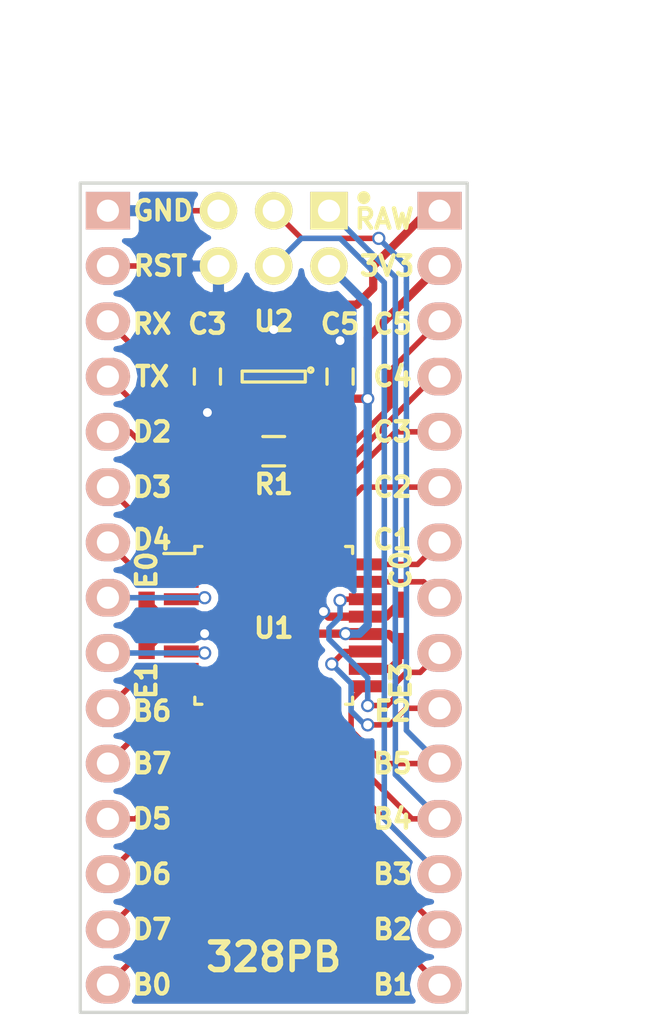
<source format=kicad_pcb>
(kicad_pcb (version 4) (host pcbnew 4.0.2+dfsg1-stable)

  (general
    (links 52)
    (no_connects 0)
    (area 128.194999 90.094999 146.125001 128.345001)
    (thickness 1.6)
    (drawings 41)
    (tracks 183)
    (zones 0)
    (modules 10)
    (nets 31)
  )

  (page A4)
  (layers
    (0 F.Cu signal)
    (31 B.Cu signal)
    (32 B.Adhes user)
    (33 F.Adhes user)
    (34 B.Paste user)
    (35 F.Paste user)
    (36 B.SilkS user)
    (37 F.SilkS user)
    (38 B.Mask user)
    (39 F.Mask user)
    (40 Dwgs.User user)
    (41 Cmts.User user)
    (42 Eco1.User user)
    (43 Eco2.User user)
    (44 Edge.Cuts user)
    (45 Margin user)
    (46 B.CrtYd user)
    (47 F.CrtYd user)
    (48 B.Fab user)
    (49 F.Fab user)
  )

  (setup
    (last_trace_width 0.254)
    (trace_clearance 0.2032)
    (zone_clearance 0.32)
    (zone_45_only no)
    (trace_min 0.2)
    (segment_width 0.2)
    (edge_width 0.15)
    (via_size 0.6096)
    (via_drill 0.4064)
    (via_min_size 0.4)
    (via_min_drill 0.3)
    (uvia_size 0.3)
    (uvia_drill 0.1)
    (uvias_allowed no)
    (uvia_min_size 0)
    (uvia_min_drill 0)
    (pcb_text_width 0.2032)
    (pcb_text_size 0.889 0.889)
    (mod_edge_width 0.15)
    (mod_text_size 0.889 0.889)
    (mod_text_width 0.2032)
    (pad_size 1.524 1.524)
    (pad_drill 0.762)
    (pad_to_mask_clearance 0.0508)
    (aux_axis_origin 0 0)
    (visible_elements FFFEEFFF)
    (pcbplotparams
      (layerselection 0x010f0_80000001)
      (usegerberextensions false)
      (excludeedgelayer true)
      (linewidth 0.100000)
      (plotframeref false)
      (viasonmask false)
      (mode 1)
      (useauxorigin false)
      (hpglpennumber 1)
      (hpglpenspeed 20)
      (hpglpendiameter 15)
      (hpglpenoverlay 2)
      (psnegative false)
      (psa4output false)
      (plotreference true)
      (plotvalue true)
      (plotinvisibletext false)
      (padsonsilk false)
      (subtractmaskfromsilk false)
      (outputformat 1)
      (mirror false)
      (drillshape 0)
      (scaleselection 1)
      (outputdirectory ""))
  )

  (net 0 "")
  (net 1 3V3)
  (net 2 Earth)
  (net 3 RAW)
  (net 4 MISO)
  (net 5 SCK)
  (net 6 MOSI)
  (net 7 RESET)
  (net 8 INT1)
  (net 9 PD4)
  (net 10 SDA1)
  (net 11 SCL1)
  (net 12 PB6)
  (net 13 PB7)
  (net 14 PD5)
  (net 15 PD6)
  (net 16 PB0)
  (net 17 PB1)
  (net 18 SS0)
  (net 19 SS1)
  (net 20 MOSI1)
  (net 21 MISO1)
  (net 22 SCK1)
  (net 23 PC2)
  (net 24 PC3)
  (net 25 SDA0)
  (net 26 SCL0)
  (net 27 RXD0)
  (net 28 TXD0)
  (net 29 INT0)
  (net 30 PD7)

  (net_class Default "This is the default net class."
    (clearance 0.2032)
    (trace_width 0.254)
    (via_dia 0.6096)
    (via_drill 0.4064)
    (uvia_dia 0.3)
    (uvia_drill 0.1)
    (add_net INT0)
    (add_net INT1)
    (add_net MISO)
    (add_net MISO1)
    (add_net MOSI)
    (add_net MOSI1)
    (add_net PB0)
    (add_net PB1)
    (add_net PB6)
    (add_net PB7)
    (add_net PC2)
    (add_net PC3)
    (add_net PD4)
    (add_net PD5)
    (add_net PD6)
    (add_net PD7)
    (add_net RESET)
    (add_net RXD0)
    (add_net SCK)
    (add_net SCK1)
    (add_net SCL0)
    (add_net SCL1)
    (add_net SDA0)
    (add_net SDA1)
    (add_net SS0)
    (add_net SS1)
    (add_net TXD0)
  )

  (net_class power ""
    (clearance 0.2032)
    (trace_width 0.381)
    (via_dia 0.6096)
    (via_drill 0.4064)
    (uvia_dia 0.3)
    (uvia_drill 0.1)
    (add_net 3V3)
    (add_net Earth)
    (add_net RAW)
  )

  (module Capacitors_SMD:C_0603_HandSoldering (layer F.Cu) (tedit 5B87DC4D) (tstamp 5B88652D)
    (at 143.002 110.49 90)
    (descr "Capacitor SMD 0603, hand soldering")
    (tags "capacitor 0603")
    (path /5B879BB1)
    (attr smd)
    (fp_text reference C2 (at 0 1.27 90) (layer Dwgs.User)
      (effects (font (size 0.889 0.889) (thickness 0.2032)))
    )
    (fp_text value 0.1uF (at 0 1.9 90) (layer F.Fab)
      (effects (font (size 1 1) (thickness 0.15)))
    )
    (fp_line (start -1.85 -0.75) (end 1.85 -0.75) (layer F.CrtYd) (width 0.05))
    (fp_line (start -1.85 0.75) (end 1.85 0.75) (layer F.CrtYd) (width 0.05))
    (fp_line (start -1.85 -0.75) (end -1.85 0.75) (layer F.CrtYd) (width 0.05))
    (fp_line (start 1.85 -0.75) (end 1.85 0.75) (layer F.CrtYd) (width 0.05))
    (pad 1 smd rect (at -0.95 0 90) (size 1.2 0.75) (layers F.Cu F.Paste F.Mask)
      (net 1 3V3))
    (pad 2 smd rect (at 0.95 0 90) (size 1.2 0.75) (layers F.Cu F.Paste F.Mask)
      (net 2 Earth))
    (model Capacitors_SMD.3dshapes/C_0603_HandSoldering.wrl
      (at (xyz 0 0 0))
      (scale (xyz 1 1 1))
      (rotate (xyz 0 0 0))
    )
  )

  (module Capacitors_SMD:C_0603_HandSoldering (layer F.Cu) (tedit 5B87DC13) (tstamp 5B886521)
    (at 131.318 110.49 270)
    (descr "Capacitor SMD 0603, hand soldering")
    (tags "capacitor 0603")
    (path /5B879D3C)
    (attr smd)
    (fp_text reference C1 (at -0.127 1.143 270) (layer Dwgs.User)
      (effects (font (size 0.889 0.889) (thickness 0.2032)))
    )
    (fp_text value 0.1uF (at 0 1.9 270) (layer F.Fab)
      (effects (font (size 1 1) (thickness 0.15)))
    )
    (fp_line (start -1.85 -0.75) (end 1.85 -0.75) (layer F.CrtYd) (width 0.05))
    (fp_line (start -1.85 0.75) (end 1.85 0.75) (layer F.CrtYd) (width 0.05))
    (fp_line (start -1.85 -0.75) (end -1.85 0.75) (layer F.CrtYd) (width 0.05))
    (fp_line (start 1.85 -0.75) (end 1.85 0.75) (layer F.CrtYd) (width 0.05))
    (pad 1 smd rect (at -0.95 0 270) (size 1.2 0.75) (layers F.Cu F.Paste F.Mask)
      (net 1 3V3))
    (pad 2 smd rect (at 0.95 0 270) (size 1.2 0.75) (layers F.Cu F.Paste F.Mask)
      (net 2 Earth))
    (model Capacitors_SMD.3dshapes/C_0603_HandSoldering.wrl
      (at (xyz 0 0 0))
      (scale (xyz 1 1 1))
      (rotate (xyz 0 0 0))
    )
  )

  (module Pin_Headers:Pin_Header_Straight_1x15 (layer B.Cu) (tedit 5B87C8A6) (tstamp 5B892000)
    (at 129.54 91.44 180)
    (descr "Through hole pin header")
    (tags "pin header")
    (path /5B87A68C)
    (fp_text reference P2 (at 0 2.159 180) (layer Dwgs.User)
      (effects (font (size 1 1) (thickness 0.15)))
    )
    (fp_text value CONN_01X15 (at 0 3.1 180) (layer B.Fab)
      (effects (font (size 1 1) (thickness 0.15)) (justify mirror))
    )
    (fp_line (start -1.75 1.75) (end -1.75 -37.35) (layer B.CrtYd) (width 0.05))
    (fp_line (start 1.75 1.75) (end 1.75 -37.35) (layer B.CrtYd) (width 0.05))
    (fp_line (start -1.75 1.75) (end 1.75 1.75) (layer B.CrtYd) (width 0.05))
    (fp_line (start -1.75 -37.35) (end 1.75 -37.35) (layer B.CrtYd) (width 0.05))
    (pad 1 thru_hole rect (at 0 0 180) (size 2.032 1.7272) (drill 1.016) (layers *.Cu *.Mask B.SilkS)
      (net 2 Earth))
    (pad 2 thru_hole oval (at 0 -2.54 180) (size 2.032 1.7272) (drill 1.016) (layers *.Cu *.Mask B.SilkS)
      (net 7 RESET))
    (pad 3 thru_hole oval (at 0 -5.08 180) (size 2.032 1.7272) (drill 1.016) (layers *.Cu *.Mask B.SilkS)
      (net 27 RXD0))
    (pad 4 thru_hole oval (at 0 -7.62 180) (size 2.032 1.7272) (drill 1.016) (layers *.Cu *.Mask B.SilkS)
      (net 28 TXD0))
    (pad 5 thru_hole oval (at 0 -10.16 180) (size 2.032 1.7272) (drill 1.016) (layers *.Cu *.Mask B.SilkS)
      (net 29 INT0))
    (pad 6 thru_hole oval (at 0 -12.7 180) (size 2.032 1.7272) (drill 1.016) (layers *.Cu *.Mask B.SilkS)
      (net 8 INT1))
    (pad 7 thru_hole oval (at 0 -15.24 180) (size 2.032 1.7272) (drill 1.016) (layers *.Cu *.Mask B.SilkS)
      (net 9 PD4))
    (pad 8 thru_hole oval (at 0 -17.78 180) (size 2.032 1.7272) (drill 1.016) (layers *.Cu *.Mask B.SilkS)
      (net 10 SDA1))
    (pad 9 thru_hole oval (at 0 -20.32 180) (size 2.032 1.7272) (drill 1.016) (layers *.Cu *.Mask B.SilkS)
      (net 11 SCL1))
    (pad 10 thru_hole oval (at 0 -22.86 180) (size 2.032 1.7272) (drill 1.016) (layers *.Cu *.Mask B.SilkS)
      (net 12 PB6))
    (pad 11 thru_hole oval (at 0 -25.4 180) (size 2.032 1.7272) (drill 1.016) (layers *.Cu *.Mask B.SilkS)
      (net 13 PB7))
    (pad 12 thru_hole oval (at 0 -27.94 180) (size 2.032 1.7272) (drill 1.016) (layers *.Cu *.Mask B.SilkS)
      (net 14 PD5))
    (pad 13 thru_hole oval (at 0 -30.48 180) (size 2.032 1.7272) (drill 1.016) (layers *.Cu *.Mask B.SilkS)
      (net 15 PD6))
    (pad 14 thru_hole oval (at 0 -33.02 180) (size 2.032 1.7272) (drill 1.016) (layers *.Cu *.Mask B.SilkS)
      (net 30 PD7))
    (pad 15 thru_hole oval (at 0 -35.56 180) (size 2.032 1.7272) (drill 1.016) (layers *.Cu *.Mask B.SilkS)
      (net 16 PB0))
    (model Pin_Headers.3dshapes/Pin_Header_Straight_1x15.wrl
      (at (xyz 0 -0.7 0))
      (scale (xyz 1 1 1))
      (rotate (xyz 0 0 90))
    )
  )

  (module Pin_Headers:Pin_Header_Straight_1x15 (layer B.Cu) (tedit 5B87C8AC) (tstamp 5B89201E)
    (at 144.78 91.44 180)
    (descr "Through hole pin header")
    (tags "pin header")
    (path /5B87A705)
    (fp_text reference P3 (at 0 2.286 180) (layer Dwgs.User)
      (effects (font (size 1 1) (thickness 0.15)))
    )
    (fp_text value CONN_01X15 (at 0 3.1 180) (layer B.Fab)
      (effects (font (size 1 1) (thickness 0.15)) (justify mirror))
    )
    (fp_line (start -1.75 1.75) (end -1.75 -37.35) (layer B.CrtYd) (width 0.05))
    (fp_line (start 1.75 1.75) (end 1.75 -37.35) (layer B.CrtYd) (width 0.05))
    (fp_line (start -1.75 1.75) (end 1.75 1.75) (layer B.CrtYd) (width 0.05))
    (fp_line (start -1.75 -37.35) (end 1.75 -37.35) (layer B.CrtYd) (width 0.05))
    (pad 1 thru_hole rect (at 0 0 180) (size 2.032 1.7272) (drill 1.016) (layers *.Cu *.Mask B.SilkS)
      (net 3 RAW))
    (pad 2 thru_hole oval (at 0 -2.54 180) (size 2.032 1.7272) (drill 1.016) (layers *.Cu *.Mask B.SilkS)
      (net 1 3V3))
    (pad 3 thru_hole oval (at 0 -5.08 180) (size 2.032 1.7272) (drill 1.016) (layers *.Cu *.Mask B.SilkS)
      (net 26 SCL0))
    (pad 4 thru_hole oval (at 0 -7.62 180) (size 2.032 1.7272) (drill 1.016) (layers *.Cu *.Mask B.SilkS)
      (net 25 SDA0))
    (pad 5 thru_hole oval (at 0 -10.16 180) (size 2.032 1.7272) (drill 1.016) (layers *.Cu *.Mask B.SilkS)
      (net 24 PC3))
    (pad 6 thru_hole oval (at 0 -12.7 180) (size 2.032 1.7272) (drill 1.016) (layers *.Cu *.Mask B.SilkS)
      (net 23 PC2))
    (pad 7 thru_hole oval (at 0 -15.24 180) (size 2.032 1.7272) (drill 1.016) (layers *.Cu *.Mask B.SilkS)
      (net 22 SCK1))
    (pad 8 thru_hole oval (at 0 -17.78 180) (size 2.032 1.7272) (drill 1.016) (layers *.Cu *.Mask B.SilkS)
      (net 21 MISO1))
    (pad 9 thru_hole oval (at 0 -20.32 180) (size 2.032 1.7272) (drill 1.016) (layers *.Cu *.Mask B.SilkS)
      (net 20 MOSI1))
    (pad 10 thru_hole oval (at 0 -22.86 180) (size 2.032 1.7272) (drill 1.016) (layers *.Cu *.Mask B.SilkS)
      (net 19 SS1))
    (pad 11 thru_hole oval (at 0 -25.4 180) (size 2.032 1.7272) (drill 1.016) (layers *.Cu *.Mask B.SilkS)
      (net 5 SCK))
    (pad 12 thru_hole oval (at 0 -27.94 180) (size 2.032 1.7272) (drill 1.016) (layers *.Cu *.Mask B.SilkS)
      (net 4 MISO))
    (pad 13 thru_hole oval (at 0 -30.48 180) (size 2.032 1.7272) (drill 1.016) (layers *.Cu *.Mask B.SilkS)
      (net 6 MOSI))
    (pad 14 thru_hole oval (at 0 -33.02 180) (size 2.032 1.7272) (drill 1.016) (layers *.Cu *.Mask B.SilkS)
      (net 18 SS0))
    (pad 15 thru_hole oval (at 0 -35.56 180) (size 2.032 1.7272) (drill 1.016) (layers *.Cu *.Mask B.SilkS)
      (net 17 PB1))
    (model Pin_Headers.3dshapes/Pin_Header_Straight_1x15.wrl
      (at (xyz 0 -0.7 0))
      (scale (xyz 1 1 1))
      (rotate (xyz 0 0 90))
    )
  )

  (module Pin_Headers:Pin_Header_Straight_2x03 (layer F.Cu) (tedit 5B87C8B5) (tstamp 5B886568)
    (at 139.7 91.44 270)
    (descr "Through hole pin header")
    (tags "pin header")
    (path /5B877736)
    (fp_text reference P1 (at -2.159 2.54 360) (layer Dwgs.User)
      (effects (font (size 1 1) (thickness 0.15)))
    )
    (fp_text value CONN_02X03 (at 0 -3.1 270) (layer F.Fab)
      (effects (font (size 1 1) (thickness 0.15)))
    )
    (fp_line (start -0.6 -1.6) (end -0.6 -1.7) (layer F.SilkS) (width 0.15))
    (fp_line (start -0.6 -1.7) (end -0.6 -1.6) (layer F.SilkS) (width 0.15))
    (fp_circle (center -0.6 -1.6) (end -0.4 -1.5) (layer F.SilkS) (width 0.15))
    (fp_circle (center -0.6 -1.6) (end -0.5 -1.6) (layer F.SilkS) (width 0.15))
    (fp_circle (center -0.6 -1.6) (end -0.5 -1.6) (layer F.SilkS) (width 0.15))
    (fp_line (start -1.75 -1.75) (end -1.75 6.85) (layer F.CrtYd) (width 0.05))
    (fp_line (start 4.3 -1.75) (end 4.3 6.85) (layer F.CrtYd) (width 0.05))
    (fp_line (start -1.75 -1.75) (end 4.3 -1.75) (layer F.CrtYd) (width 0.05))
    (fp_line (start -1.75 6.85) (end 4.3 6.85) (layer F.CrtYd) (width 0.05))
    (pad 1 thru_hole rect (at 0 0 270) (size 1.7272 1.7272) (drill 1.016) (layers *.Cu *.Mask F.SilkS)
      (net 4 MISO))
    (pad 2 thru_hole oval (at 2.54 0 270) (size 1.7272 1.7272) (drill 1.016) (layers *.Cu *.Mask F.SilkS)
      (net 1 3V3))
    (pad 3 thru_hole oval (at 0 2.54 270) (size 1.7272 1.7272) (drill 1.016) (layers *.Cu *.Mask F.SilkS)
      (net 5 SCK))
    (pad 4 thru_hole oval (at 2.54 2.54 270) (size 1.7272 1.7272) (drill 1.016) (layers *.Cu *.Mask F.SilkS)
      (net 6 MOSI))
    (pad 5 thru_hole oval (at 0 5.08 270) (size 1.7272 1.7272) (drill 1.016) (layers *.Cu *.Mask F.SilkS)
      (net 7 RESET))
    (pad 6 thru_hole oval (at 2.54 5.08 270) (size 1.7272 1.7272) (drill 1.016) (layers *.Cu *.Mask F.SilkS)
      (net 2 Earth))
    (model Pin_Headers.3dshapes/Pin_Header_Straight_2x03.wrl
      (at (xyz 0.05 -0.1 0))
      (scale (xyz 1 1 1))
      (rotate (xyz 0 0 90))
    )
  )

  (module Capacitors_SMD:C_0603_HandSoldering (layer F.Cu) (tedit 5B87C825) (tstamp 5B886539)
    (at 134.112 99.06 270)
    (descr "Capacitor SMD 0603, hand soldering")
    (tags "capacitor 0603")
    (path /5B877CE2)
    (attr smd)
    (fp_text reference C3 (at -2.413 0 360) (layer F.SilkS)
      (effects (font (size 0.889 0.889) (thickness 0.2032)))
    )
    (fp_text value 1.0uF (at 0 1.9 270) (layer F.Fab)
      (effects (font (size 1 1) (thickness 0.15)))
    )
    (fp_line (start -1.85 -0.75) (end 1.85 -0.75) (layer F.CrtYd) (width 0.05))
    (fp_line (start -1.85 0.75) (end 1.85 0.75) (layer F.CrtYd) (width 0.05))
    (fp_line (start -1.85 -0.75) (end -1.85 0.75) (layer F.CrtYd) (width 0.05))
    (fp_line (start 1.85 -0.75) (end 1.85 0.75) (layer F.CrtYd) (width 0.05))
    (fp_line (start -0.35 -0.6) (end 0.35 -0.6) (layer F.SilkS) (width 0.15))
    (fp_line (start 0.35 0.6) (end -0.35 0.6) (layer F.SilkS) (width 0.15))
    (pad 1 smd rect (at -0.95 0 270) (size 1.2 0.75) (layers F.Cu F.Paste F.Mask)
      (net 3 RAW))
    (pad 2 smd rect (at 0.95 0 270) (size 1.2 0.75) (layers F.Cu F.Paste F.Mask)
      (net 2 Earth))
    (model Capacitors_SMD.3dshapes/C_0603_HandSoldering.wrl
      (at (xyz 0 0 0))
      (scale (xyz 1 1 1))
      (rotate (xyz 0 0 0))
    )
  )

  (module Capacitors_SMD:C_0603_HandSoldering (layer F.Cu) (tedit 5B87C819) (tstamp 5B886551)
    (at 140.208 99.06 90)
    (descr "Capacitor SMD 0603, hand soldering")
    (tags "capacitor 0603")
    (path /5B877BF4)
    (attr smd)
    (fp_text reference C5 (at 2.413 0 180) (layer F.SilkS)
      (effects (font (size 0.889 0.889) (thickness 0.2032)))
    )
    (fp_text value 1.0uF (at 0 1.9 90) (layer F.Fab)
      (effects (font (size 1 1) (thickness 0.15)))
    )
    (fp_line (start -1.85 -0.75) (end 1.85 -0.75) (layer F.CrtYd) (width 0.05))
    (fp_line (start -1.85 0.75) (end 1.85 0.75) (layer F.CrtYd) (width 0.05))
    (fp_line (start -1.85 -0.75) (end -1.85 0.75) (layer F.CrtYd) (width 0.05))
    (fp_line (start 1.85 -0.75) (end 1.85 0.75) (layer F.CrtYd) (width 0.05))
    (fp_line (start -0.35 -0.6) (end 0.35 -0.6) (layer F.SilkS) (width 0.15))
    (fp_line (start 0.35 0.6) (end -0.35 0.6) (layer F.SilkS) (width 0.15))
    (pad 1 smd rect (at -0.95 0 90) (size 1.2 0.75) (layers F.Cu F.Paste F.Mask)
      (net 1 3V3))
    (pad 2 smd rect (at 0.95 0 90) (size 1.2 0.75) (layers F.Cu F.Paste F.Mask)
      (net 2 Earth))
    (model Capacitors_SMD.3dshapes/C_0603_HandSoldering.wrl
      (at (xyz 0 0 0))
      (scale (xyz 1 1 1))
      (rotate (xyz 0 0 0))
    )
  )

  (module Resistors_SMD:R_0603_HandSoldering (layer F.Cu) (tedit 5B88E7CA) (tstamp 5B886574)
    (at 137.16 102.489 180)
    (descr "Resistor SMD 0603, hand soldering")
    (tags "resistor 0603")
    (path /5B87A2FE)
    (attr smd)
    (fp_text reference R1 (at 0 -1.524 180) (layer F.SilkS)
      (effects (font (size 0.889 0.889) (thickness 0.2032)))
    )
    (fp_text value 10K (at 0 1.9 180) (layer F.Fab)
      (effects (font (size 1 1) (thickness 0.15)))
    )
    (fp_line (start -2 -0.8) (end 2 -0.8) (layer F.CrtYd) (width 0.05))
    (fp_line (start -2 0.8) (end 2 0.8) (layer F.CrtYd) (width 0.05))
    (fp_line (start -2 -0.8) (end -2 0.8) (layer F.CrtYd) (width 0.05))
    (fp_line (start 2 -0.8) (end 2 0.8) (layer F.CrtYd) (width 0.05))
    (fp_line (start 0.5 0.675) (end -0.5 0.675) (layer F.SilkS) (width 0.15))
    (fp_line (start -0.5 -0.675) (end 0.5 -0.675) (layer F.SilkS) (width 0.15))
    (pad 1 smd rect (at -1.1 0 180) (size 1.2 0.9) (layers F.Cu F.Paste F.Mask)
      (net 1 3V3))
    (pad 2 smd rect (at 1.1 0 180) (size 1.2 0.9) (layers F.Cu F.Paste F.Mask)
      (net 7 RESET))
    (model Resistors_SMD.3dshapes/R_0603_HandSoldering.wrl
      (at (xyz 0 0 0))
      (scale (xyz 1 1 1))
      (rotate (xyz 0 0 0))
    )
  )

  (module Housings_QFP:TQFP-32_7x7mm_Pitch0.8mm (layer F.Cu) (tedit 5B88E7C4) (tstamp 5B8865A5)
    (at 137.16 110.49)
    (descr "32-Lead Plastic Thin Quad Flatpack (PT) - 7x7x1.0 mm Body, 2.00 mm [TQFP] (see Microchip Packaging Specification 00000049BS.pdf)")
    (tags "QFP 0.8")
    (path /5B8776BD)
    (attr smd)
    (fp_text reference U1 (at 0 0.127) (layer F.SilkS)
      (effects (font (size 0.889 0.889) (thickness 0.2032)))
    )
    (fp_text value Atmega328PB (at 0 6.05) (layer F.Fab)
      (effects (font (size 1 1) (thickness 0.15)))
    )
    (fp_line (start -5.3 -5.3) (end -5.3 5.3) (layer F.CrtYd) (width 0.05))
    (fp_line (start 5.3 -5.3) (end 5.3 5.3) (layer F.CrtYd) (width 0.05))
    (fp_line (start -5.3 -5.3) (end 5.3 -5.3) (layer F.CrtYd) (width 0.05))
    (fp_line (start -5.3 5.3) (end 5.3 5.3) (layer F.CrtYd) (width 0.05))
    (fp_line (start -3.625 -3.625) (end -3.625 -3.3) (layer F.SilkS) (width 0.15))
    (fp_line (start 3.625 -3.625) (end 3.625 -3.3) (layer F.SilkS) (width 0.15))
    (fp_line (start 3.625 3.625) (end 3.625 3.3) (layer F.SilkS) (width 0.15))
    (fp_line (start -3.625 3.625) (end -3.625 3.3) (layer F.SilkS) (width 0.15))
    (fp_line (start -3.625 -3.625) (end -3.3 -3.625) (layer F.SilkS) (width 0.15))
    (fp_line (start -3.625 3.625) (end -3.3 3.625) (layer F.SilkS) (width 0.15))
    (fp_line (start 3.625 3.625) (end 3.3 3.625) (layer F.SilkS) (width 0.15))
    (fp_line (start 3.625 -3.625) (end 3.3 -3.625) (layer F.SilkS) (width 0.15))
    (fp_line (start -3.625 -3.3) (end -5.05 -3.3) (layer F.SilkS) (width 0.15))
    (pad 1 smd rect (at -4.25 -2.8) (size 1.6 0.55) (layers F.Cu F.Paste F.Mask)
      (net 8 INT1))
    (pad 2 smd rect (at -4.25 -2) (size 1.6 0.55) (layers F.Cu F.Paste F.Mask)
      (net 9 PD4))
    (pad 3 smd rect (at -4.25 -1.2) (size 1.6 0.55) (layers F.Cu F.Paste F.Mask)
      (net 10 SDA1))
    (pad 4 smd rect (at -4.25 -0.4) (size 1.6 0.55) (layers F.Cu F.Paste F.Mask)
      (net 1 3V3))
    (pad 5 smd rect (at -4.25 0.4) (size 1.6 0.55) (layers F.Cu F.Paste F.Mask)
      (net 2 Earth))
    (pad 6 smd rect (at -4.25 1.2) (size 1.6 0.55) (layers F.Cu F.Paste F.Mask)
      (net 11 SCL1))
    (pad 7 smd rect (at -4.25 2) (size 1.6 0.55) (layers F.Cu F.Paste F.Mask)
      (net 12 PB6))
    (pad 8 smd rect (at -4.25 2.8) (size 1.6 0.55) (layers F.Cu F.Paste F.Mask)
      (net 13 PB7))
    (pad 9 smd rect (at -2.8 4.25 90) (size 1.6 0.55) (layers F.Cu F.Paste F.Mask)
      (net 14 PD5))
    (pad 10 smd rect (at -2 4.25 90) (size 1.6 0.55) (layers F.Cu F.Paste F.Mask)
      (net 15 PD6))
    (pad 11 smd rect (at -1.2 4.25 90) (size 1.6 0.55) (layers F.Cu F.Paste F.Mask)
      (net 30 PD7))
    (pad 12 smd rect (at -0.4 4.25 90) (size 1.6 0.55) (layers F.Cu F.Paste F.Mask)
      (net 16 PB0))
    (pad 13 smd rect (at 0.4 4.25 90) (size 1.6 0.55) (layers F.Cu F.Paste F.Mask)
      (net 17 PB1))
    (pad 14 smd rect (at 1.2 4.25 90) (size 1.6 0.55) (layers F.Cu F.Paste F.Mask)
      (net 18 SS0))
    (pad 15 smd rect (at 2 4.25 90) (size 1.6 0.55) (layers F.Cu F.Paste F.Mask)
      (net 6 MOSI))
    (pad 16 smd rect (at 2.8 4.25 90) (size 1.6 0.55) (layers F.Cu F.Paste F.Mask)
      (net 4 MISO))
    (pad 17 smd rect (at 4.25 2.8) (size 1.6 0.55) (layers F.Cu F.Paste F.Mask)
      (net 5 SCK))
    (pad 18 smd rect (at 4.25 2) (size 1.6 0.55) (layers F.Cu F.Paste F.Mask)
      (net 1 3V3))
    (pad 19 smd rect (at 4.25 1.2) (size 1.6 0.55) (layers F.Cu F.Paste F.Mask)
      (net 19 SS1))
    (pad 20 smd rect (at 4.25 0.4) (size 1.6 0.55) (layers F.Cu F.Paste F.Mask)
      (net 1 3V3))
    (pad 21 smd rect (at 4.25 -0.4) (size 1.6 0.55) (layers F.Cu F.Paste F.Mask)
      (net 2 Earth))
    (pad 22 smd rect (at 4.25 -1.2) (size 1.6 0.55) (layers F.Cu F.Paste F.Mask)
      (net 20 MOSI1))
    (pad 23 smd rect (at 4.25 -2) (size 1.6 0.55) (layers F.Cu F.Paste F.Mask)
      (net 21 MISO1))
    (pad 24 smd rect (at 4.25 -2.8) (size 1.6 0.55) (layers F.Cu F.Paste F.Mask)
      (net 22 SCK1))
    (pad 25 smd rect (at 2.8 -4.25 90) (size 1.6 0.55) (layers F.Cu F.Paste F.Mask)
      (net 23 PC2))
    (pad 26 smd rect (at 2 -4.25 90) (size 1.6 0.55) (layers F.Cu F.Paste F.Mask)
      (net 24 PC3))
    (pad 27 smd rect (at 1.2 -4.25 90) (size 1.6 0.55) (layers F.Cu F.Paste F.Mask)
      (net 25 SDA0))
    (pad 28 smd rect (at 0.4 -4.25 90) (size 1.6 0.55) (layers F.Cu F.Paste F.Mask)
      (net 26 SCL0))
    (pad 29 smd rect (at -0.4 -4.25 90) (size 1.6 0.55) (layers F.Cu F.Paste F.Mask)
      (net 7 RESET))
    (pad 30 smd rect (at -1.2 -4.25 90) (size 1.6 0.55) (layers F.Cu F.Paste F.Mask)
      (net 27 RXD0))
    (pad 31 smd rect (at -2 -4.25 90) (size 1.6 0.55) (layers F.Cu F.Paste F.Mask)
      (net 28 TXD0))
    (pad 32 smd rect (at -2.8 -4.25 90) (size 1.6 0.55) (layers F.Cu F.Paste F.Mask)
      (net 29 INT0))
    (model Housings_QFP.3dshapes/TQFP-32_7x7mm_Pitch0.8mm.wrl
      (at (xyz 0 0 0))
      (scale (xyz 1 1 1))
      (rotate (xyz 0 0 0))
    )
  )

  (module SOT-23-5 (layer F.Cu) (tedit 5B87C769) (tstamp 5B8865B7)
    (at 137.16 99.06 270)
    (descr "5-pin SOT23 package")
    (tags SOT-23-5)
    (path /5B877A0D)
    (attr smd)
    (fp_text reference U2 (at -2.54 0 360) (layer F.SilkS)
      (effects (font (size 0.889 0.889) (thickness 0.2032)))
    )
    (fp_text value APE8865Y5-33-HF-3 (at -0.05 2.35 270) (layer F.Fab)
      (effects (font (size 1 1) (thickness 0.15)))
    )
    (fp_line (start -1.8 -1.6) (end 1.8 -1.6) (layer F.CrtYd) (width 0.05))
    (fp_line (start 1.8 -1.6) (end 1.8 1.6) (layer F.CrtYd) (width 0.05))
    (fp_line (start 1.8 1.6) (end -1.8 1.6) (layer F.CrtYd) (width 0.05))
    (fp_line (start -1.8 1.6) (end -1.8 -1.6) (layer F.CrtYd) (width 0.05))
    (fp_circle (center -0.3 -1.7) (end -0.2 -1.7) (layer F.SilkS) (width 0.15))
    (fp_line (start 0.25 -1.45) (end -0.25 -1.45) (layer F.SilkS) (width 0.15))
    (fp_line (start 0.25 1.45) (end 0.25 -1.45) (layer F.SilkS) (width 0.15))
    (fp_line (start -0.25 1.45) (end 0.25 1.45) (layer F.SilkS) (width 0.15))
    (fp_line (start -0.25 -1.45) (end -0.25 1.45) (layer F.SilkS) (width 0.15))
    (pad 1 smd rect (at -1.1 -0.95 270) (size 1.06 0.65) (layers F.Cu F.Paste F.Mask)
      (net 3 RAW))
    (pad 2 smd rect (at -1.1 0 270) (size 1.06 0.65) (layers F.Cu F.Paste F.Mask)
      (net 2 Earth))
    (pad 3 smd rect (at -1.1 0.95 270) (size 1.06 0.65) (layers F.Cu F.Paste F.Mask)
      (net 3 RAW))
    (pad 4 smd rect (at 1.1 0.95 270) (size 1.06 0.65) (layers F.Cu F.Paste F.Mask))
    (pad 5 smd rect (at 1.1 -0.95 270) (size 1.06 0.65) (layers F.Cu F.Paste F.Mask)
      (net 1 3V3))
    (model TO_SOT_Packages_SMD.3dshapes/SOT-23-5.wrl
      (at (xyz 0 0 0))
      (scale (xyz 1 1 1))
      (rotate (xyz 0 0 0))
    )
  )

  (gr_text 328PB (at 137.16 125.73) (layer F.SilkS)
    (effects (font (size 1.27 1.27) (thickness 0.254)))
  )
  (gr_text B1 (at 142.621 127) (layer F.SilkS)
    (effects (font (size 0.889 0.889) (thickness 0.2032)))
  )
  (gr_text B2 (at 142.621 124.46) (layer F.SilkS)
    (effects (font (size 0.889 0.889) (thickness 0.2032)))
  )
  (gr_text B3 (at 142.621 121.92) (layer F.SilkS)
    (effects (font (size 0.889 0.889) (thickness 0.2032)))
  )
  (gr_text B4 (at 142.621 119.38) (layer F.SilkS)
    (effects (font (size 0.889 0.889) (thickness 0.2032)))
  )
  (gr_text B5 (at 142.621 116.84) (layer F.SilkS)
    (effects (font (size 0.889 0.889) (thickness 0.2032)))
  )
  (gr_text E2 (at 142.621 114.427) (layer F.SilkS)
    (effects (font (size 0.889 0.889) (thickness 0.2032)))
  )
  (gr_text E3 (at 143.002 113.03 90) (layer F.SilkS)
    (effects (font (size 0.889 0.889) (thickness 0.2032)))
  )
  (gr_text C0 (at 143.002 107.95 90) (layer F.SilkS)
    (effects (font (size 0.889 0.889) (thickness 0.2032)))
  )
  (gr_text C1 (at 142.621 106.553) (layer F.SilkS)
    (effects (font (size 0.889 0.889) (thickness 0.2032)))
  )
  (gr_text C2 (at 142.621 104.14) (layer F.SilkS)
    (effects (font (size 0.889 0.889) (thickness 0.2032)))
  )
  (gr_text C3 (at 142.621 101.6) (layer F.SilkS)
    (effects (font (size 0.889 0.889) (thickness 0.2032)))
  )
  (gr_text C4 (at 142.621 99.06) (layer F.SilkS)
    (effects (font (size 0.889 0.889) (thickness 0.2032)))
  )
  (gr_text C5 (at 142.621 96.647) (layer F.SilkS)
    (effects (font (size 0.889 0.889) (thickness 0.2032)))
  )
  (gr_text 3V3 (at 142.367 93.98) (layer F.SilkS)
    (effects (font (size 0.889 0.889) (thickness 0.2032)))
  )
  (gr_text RAW (at 142.24 91.821) (layer F.SilkS)
    (effects (font (size 0.889 0.889) (thickness 0.2032)))
  )
  (gr_text B0 (at 131.572 127) (layer F.SilkS)
    (effects (font (size 0.889 0.889) (thickness 0.2032)))
  )
  (gr_text D7 (at 131.572 124.46) (layer F.SilkS)
    (effects (font (size 0.889 0.889) (thickness 0.2032)))
  )
  (gr_text D6 (at 131.572 121.92) (layer F.SilkS)
    (effects (font (size 0.889 0.889) (thickness 0.2032)))
  )
  (gr_text D5 (at 131.572 119.38) (layer F.SilkS)
    (effects (font (size 0.889 0.889) (thickness 0.2032)))
  )
  (gr_text B7 (at 131.572 116.84) (layer F.SilkS)
    (effects (font (size 0.889 0.889) (thickness 0.2032)))
  )
  (gr_text B6 (at 131.572 114.427) (layer F.SilkS)
    (effects (font (size 0.889 0.889) (thickness 0.2032)))
  )
  (gr_text E1 (at 131.318 113.03 90) (layer F.SilkS)
    (effects (font (size 0.889 0.889) (thickness 0.2032)))
  )
  (gr_text E0 (at 131.318 107.95 90) (layer F.SilkS)
    (effects (font (size 0.889 0.889) (thickness 0.2032)))
  )
  (gr_text D4 (at 131.572 106.553) (layer F.SilkS)
    (effects (font (size 0.889 0.889) (thickness 0.2032)))
  )
  (gr_text D3 (at 131.572 104.14) (layer F.SilkS)
    (effects (font (size 0.889 0.889) (thickness 0.2032)))
  )
  (gr_text D2 (at 131.572 101.6) (layer F.SilkS)
    (effects (font (size 0.889 0.889) (thickness 0.2032)))
  )
  (gr_text TX (at 131.572 99.06) (layer F.SilkS)
    (effects (font (size 0.889 0.889) (thickness 0.2032)))
  )
  (gr_text RX (at 131.572 96.647) (layer F.SilkS)
    (effects (font (size 0.889 0.889) (thickness 0.2032)))
  )
  (gr_text RST (at 131.953 93.98) (layer F.SilkS)
    (effects (font (size 0.889 0.889) (thickness 0.2032)))
  )
  (gr_text GND (at 132.08 91.44) (layer F.SilkS)
    (effects (font (size 0.889 0.889) (thickness 0.2032)))
  )
  (dimension 38.1 (width 0.3) (layer Dwgs.User)
    (gr_text "1.5000 in" (at 152.226 109.22 270) (layer Dwgs.User)
      (effects (font (size 1.5 1.5) (thickness 0.3)))
    )
    (feature1 (pts (xy 146.05 128.27) (xy 153.576 128.27)))
    (feature2 (pts (xy 146.05 90.17) (xy 153.576 90.17)))
    (crossbar (pts (xy 150.876 90.17) (xy 150.876 128.27)))
    (arrow1a (pts (xy 150.876 128.27) (xy 150.289579 127.143496)))
    (arrow1b (pts (xy 150.876 128.27) (xy 151.462421 127.143496)))
    (arrow2a (pts (xy 150.876 90.17) (xy 150.289579 91.296504)))
    (arrow2b (pts (xy 150.876 90.17) (xy 151.462421 91.296504)))
  )
  (dimension 17.78 (width 0.3) (layer Dwgs.User)
    (gr_text "0.7000 in" (at 137.16 83.613) (layer Dwgs.User)
      (effects (font (size 1.5 1.5) (thickness 0.3)))
    )
    (feature1 (pts (xy 146.05 90.17) (xy 146.05 82.263)))
    (feature2 (pts (xy 128.27 90.17) (xy 128.27 82.263)))
    (crossbar (pts (xy 128.27 84.963) (xy 146.05 84.963)))
    (arrow1a (pts (xy 146.05 84.963) (xy 144.923496 85.549421)))
    (arrow1b (pts (xy 146.05 84.963) (xy 144.923496 84.376579)))
    (arrow2a (pts (xy 128.27 84.963) (xy 129.396504 85.549421)))
    (arrow2b (pts (xy 128.27 84.963) (xy 129.396504 84.376579)))
  )
  (gr_line (start 128.27 128.27) (end 128.27 128.143) (angle 90) (layer Edge.Cuts) (width 0.15))
  (gr_line (start 146.05 128.27) (end 128.27 128.27) (angle 90) (layer Edge.Cuts) (width 0.15))
  (gr_line (start 146.05 128.143) (end 146.05 128.27) (angle 90) (layer Edge.Cuts) (width 0.15))
  (gr_line (start 146.05 90.17) (end 146.05 90.297) (angle 90) (layer Edge.Cuts) (width 0.15))
  (gr_line (start 128.27 90.17) (end 146.05 90.17) (angle 90) (layer Edge.Cuts) (width 0.15))
  (gr_line (start 128.27 90.297) (end 128.27 90.17) (angle 90) (layer Edge.Cuts) (width 0.15))
  (gr_line (start 128.27 128.143) (end 128.27 90.297) (angle 90) (layer Edge.Cuts) (width 0.15))
  (gr_line (start 146.05 90.297) (end 146.05 128.143) (angle 90) (layer Edge.Cuts) (width 0.15))

  (segment (start 138.11 100.16) (end 138.11 102.339) (width 0.381) (layer F.Cu) (net 1))
  (segment (start 138.11 102.339) (end 138.26 102.489) (width 0.381) (layer F.Cu) (net 1) (tstamp 5B88E6D3))
  (segment (start 141.41 110.89) (end 142.452 110.89) (width 0.381) (layer F.Cu) (net 1))
  (segment (start 142.452 110.89) (end 143.002 111.44) (width 0.381) (layer F.Cu) (net 1) (tstamp 5B893130))
  (segment (start 140.462 110.871) (end 135.89 110.871) (width 0.381) (layer F.Cu) (net 1))
  (segment (start 135.109 110.09) (end 132.91 110.09) (width 0.381) (layer F.Cu) (net 1) (tstamp 5B893001))
  (segment (start 135.89 110.871) (end 135.109 110.09) (width 0.381) (layer F.Cu) (net 1) (tstamp 5B893000))
  (segment (start 141.478 100.076) (end 141.478 110.49) (width 0.381) (layer B.Cu) (net 1))
  (segment (start 140.481 110.89) (end 141.41 110.89) (width 0.381) (layer F.Cu) (net 1) (tstamp 5B892FFD))
  (segment (start 140.462 110.871) (end 140.481 110.89) (width 0.381) (layer F.Cu) (net 1) (tstamp 5B892FFC))
  (via (at 140.462 110.871) (size 0.6096) (drill 0.4064) (layers F.Cu B.Cu) (net 1))
  (segment (start 141.097 110.871) (end 140.462 110.871) (width 0.381) (layer B.Cu) (net 1) (tstamp 5B892FFA))
  (segment (start 141.478 110.49) (end 141.097 110.871) (width 0.381) (layer B.Cu) (net 1) (tstamp 5B892FF9))
  (segment (start 141.41 112.49) (end 142.526 112.49) (width 0.381) (layer F.Cu) (net 1))
  (segment (start 142.875 112.141) (end 142.875 111.125) (width 0.381) (layer F.Cu) (net 1) (tstamp 5B892FF4))
  (segment (start 142.526 112.49) (end 142.875 112.141) (width 0.381) (layer F.Cu) (net 1) (tstamp 5B892FF3))
  (segment (start 132.91 110.09) (end 131.995 110.09) (width 0.381) (layer F.Cu) (net 1))
  (segment (start 131.995 110.09) (end 131.445 109.54) (width 0.381) (layer F.Cu) (net 1) (tstamp 5B892FAA))
  (segment (start 141.478 100.076) (end 141.478 95.758) (width 0.381) (layer B.Cu) (net 1))
  (segment (start 141.478 95.758) (end 139.7 93.98) (width 0.381) (layer B.Cu) (net 1) (tstamp 5B892F20))
  (segment (start 141.478 100.076) (end 141.478 97.282) (width 0.381) (layer F.Cu) (net 1))
  (segment (start 141.478 97.282) (end 144.78 93.98) (width 0.381) (layer F.Cu) (net 1) (tstamp 5B892F1C))
  (segment (start 140.208 100.01) (end 140.274 100.076) (width 0.381) (layer F.Cu) (net 1))
  (segment (start 140.274 100.076) (end 141.478 100.076) (width 0.381) (layer F.Cu) (net 1) (tstamp 5B89279E))
  (via (at 141.478 100.076) (size 0.6096) (drill 0.4064) (layers F.Cu B.Cu) (net 1))
  (segment (start 138.11 99.756) (end 138.11 100.16) (width 0.381) (layer F.Cu) (net 1) (tstamp 5B892761))
  (segment (start 138.11 100.16) (end 140.058 100.16) (width 0.381) (layer F.Cu) (net 1))
  (segment (start 140.058 100.16) (end 140.208 100.01) (width 0.381) (layer F.Cu) (net 1) (tstamp 5B892747))
  (segment (start 140.058 100.16) (end 140.208 100.01) (width 0.254) (layer F.Cu) (net 1) (tstamp 5B89263C))
  (segment (start 137.16 97.96) (end 137.16 96.901) (width 0.381) (layer F.Cu) (net 2))
  (via (at 137.16 96.901) (size 0.6096) (drill 0.4064) (layers F.Cu B.Cu) (net 2))
  (segment (start 141.41 110.09) (end 142.325 110.09) (width 0.381) (layer F.Cu) (net 2))
  (segment (start 142.325 110.09) (end 142.875 109.54) (width 0.381) (layer F.Cu) (net 2) (tstamp 5B893046))
  (segment (start 141.41 110.09) (end 139.681 110.09) (width 0.381) (layer F.Cu) (net 2))
  (via (at 139.446 109.855) (size 0.6096) (drill 0.4064) (layers F.Cu B.Cu) (net 2))
  (segment (start 139.681 110.09) (end 139.446 109.855) (width 0.381) (layer F.Cu) (net 2) (tstamp 5B893042))
  (segment (start 132.91 110.89) (end 133.966 110.89) (width 0.381) (layer F.Cu) (net 2))
  (via (at 133.985 110.871) (size 0.6096) (drill 0.4064) (layers F.Cu B.Cu) (net 2))
  (segment (start 133.966 110.89) (end 133.985 110.871) (width 0.381) (layer F.Cu) (net 2) (tstamp 5B893007))
  (segment (start 132.91 110.89) (end 131.995 110.89) (width 0.381) (layer F.Cu) (net 2))
  (segment (start 131.995 110.89) (end 131.445 111.44) (width 0.381) (layer F.Cu) (net 2) (tstamp 5B892FA7))
  (segment (start 134.112 100.01) (end 134.112 100.711) (width 0.381) (layer F.Cu) (net 2))
  (via (at 134.112 100.711) (size 0.6096) (drill 0.4064) (layers F.Cu B.Cu) (net 2))
  (segment (start 140.208 98.11) (end 140.208 97.409) (width 0.381) (layer F.Cu) (net 2))
  (via (at 140.208 97.409) (size 0.6096) (drill 0.4064) (layers F.Cu B.Cu) (net 2))
  (segment (start 136.21 97.96) (end 136.06 98.11) (width 0.381) (layer F.Cu) (net 3))
  (segment (start 136.06 98.11) (end 134.112 98.11) (width 0.381) (layer F.Cu) (net 3) (tstamp 5B88FFBB))
  (segment (start 138.11 97.96) (end 138.11 95.824) (width 0.381) (layer F.Cu) (net 3))
  (segment (start 138.11 95.824) (end 138.176 95.758) (width 0.381) (layer F.Cu) (net 3) (tstamp 5B88E6F8))
  (segment (start 140.97 95.758) (end 138.176 95.758) (width 0.381) (layer F.Cu) (net 3))
  (segment (start 138.176 95.758) (end 136.779 95.758) (width 0.381) (layer F.Cu) (net 3) (tstamp 5B88E6F5))
  (segment (start 136.779 95.758) (end 136.21 96.327) (width 0.381) (layer F.Cu) (net 3) (tstamp 5B88E6EE))
  (segment (start 136.21 96.327) (end 136.21 97.96) (width 0.381) (layer F.Cu) (net 3) (tstamp 5B88E6F1))
  (segment (start 144.78 91.44) (end 144.272 91.44) (width 0.381) (layer F.Cu) (net 3))
  (segment (start 144.272 91.44) (end 141.732 93.98) (width 0.381) (layer F.Cu) (net 3) (tstamp 5B892738))
  (segment (start 141.732 93.98) (end 141.732 94.996) (width 0.381) (layer F.Cu) (net 3) (tstamp 5B892739))
  (segment (start 141.732 94.996) (end 140.97 95.758) (width 0.381) (layer F.Cu) (net 3) (tstamp 5B89273B))
  (segment (start 144.78 119.38) (end 142.748 117.348) (width 0.254) (layer B.Cu) (net 4))
  (segment (start 142.748 94.488) (end 139.7 91.44) (width 0.254) (layer B.Cu) (net 4) (tstamp 5B89276F))
  (segment (start 142.748 117.348) (end 142.748 94.488) (width 0.254) (layer B.Cu) (net 4) (tstamp 5B89276D))
  (segment (start 139.96 114.74) (end 139.96 115.83) (width 0.254) (layer F.Cu) (net 4))
  (segment (start 143.51 119.38) (end 144.78 119.38) (width 0.254) (layer F.Cu) (net 4) (tstamp 5B892675))
  (segment (start 139.96 115.83) (end 143.51 119.38) (width 0.254) (layer F.Cu) (net 4) (tstamp 5B892673))
  (segment (start 141.41 113.29) (end 141.345 113.29) (width 0.254) (layer F.Cu) (net 5))
  (segment (start 141.345 113.29) (end 140.716 113.919) (width 0.254) (layer F.Cu) (net 5) (tstamp 5B893020))
  (segment (start 140.716 113.919) (end 140.716 115.316) (width 0.254) (layer F.Cu) (net 5) (tstamp 5B893021))
  (segment (start 140.716 115.316) (end 142.24 116.84) (width 0.254) (layer F.Cu) (net 5) (tstamp 5B893022))
  (segment (start 142.24 116.84) (end 144.78 116.84) (width 0.254) (layer F.Cu) (net 5) (tstamp 5B893024))
  (segment (start 143.256 94.742) (end 143.256 93.98) (width 0.254) (layer B.Cu) (net 5))
  (segment (start 138.43 92.71) (end 137.16 91.44) (width 0.254) (layer F.Cu) (net 5) (tstamp 5B892792))
  (segment (start 141.986 92.71) (end 138.43 92.71) (width 0.254) (layer F.Cu) (net 5) (tstamp 5B892791))
  (via (at 141.986 92.71) (size 0.6096) (drill 0.4064) (layers F.Cu B.Cu) (net 5))
  (segment (start 143.256 93.98) (end 141.986 92.71) (width 0.254) (layer B.Cu) (net 5) (tstamp 5B89278F))
  (segment (start 144.78 116.84) (end 143.256 115.316) (width 0.254) (layer B.Cu) (net 5))
  (segment (start 143.256 115.316) (end 143.256 94.742) (width 0.254) (layer B.Cu) (net 5) (tstamp 5B892764))
  (segment (start 144.78 121.92) (end 142.24 119.38) (width 0.254) (layer B.Cu) (net 6))
  (segment (start 138.43 92.71) (end 137.16 93.98) (width 0.254) (layer B.Cu) (net 6) (tstamp 5B89277B))
  (segment (start 140.208 92.71) (end 138.43 92.71) (width 0.254) (layer B.Cu) (net 6) (tstamp 5B892779))
  (segment (start 142.24 94.742) (end 140.208 92.71) (width 0.254) (layer B.Cu) (net 6) (tstamp 5B892777))
  (segment (start 142.24 119.38) (end 142.24 94.742) (width 0.254) (layer B.Cu) (net 6) (tstamp 5B892775))
  (segment (start 139.16 114.74) (end 139.16 116.3) (width 0.254) (layer F.Cu) (net 6))
  (segment (start 139.16 116.3) (end 144.78 121.92) (width 0.254) (layer F.Cu) (net 6) (tstamp 5B892679))
  (segment (start 136.76 106.24) (end 136.76 103.189) (width 0.254) (layer F.Cu) (net 7))
  (segment (start 136.76 103.189) (end 136.187 102.616) (width 0.254) (layer F.Cu) (net 7) (tstamp 5B88E698))
  (segment (start 136.187 102.616) (end 135.001 102.616) (width 0.254) (layer F.Cu) (net 7) (tstamp 5B88E69B))
  (segment (start 135.001 102.616) (end 132.588 100.203) (width 0.254) (layer F.Cu) (net 7) (tstamp 5B88E6A3))
  (segment (start 132.588 100.203) (end 132.588 93.98) (width 0.254) (layer F.Cu) (net 7) (tstamp 5B88E6A7))
  (segment (start 129.54 93.98) (end 132.588 93.98) (width 0.254) (layer F.Cu) (net 7))
  (segment (start 134.62 91.44) (end 133.35 91.44) (width 0.254) (layer F.Cu) (net 7))
  (segment (start 132.588 92.202) (end 132.588 93.98) (width 0.254) (layer F.Cu) (net 7) (tstamp 5B892781))
  (segment (start 133.35 91.44) (end 132.588 92.202) (width 0.254) (layer F.Cu) (net 7) (tstamp 5B89277F))
  (segment (start 132.91 107.69) (end 131.82 107.69) (width 0.254) (layer F.Cu) (net 8))
  (segment (start 131.318 105.918) (end 129.54 104.14) (width 0.254) (layer F.Cu) (net 8) (tstamp 5B8926B7))
  (segment (start 131.318 107.188) (end 131.318 105.918) (width 0.254) (layer F.Cu) (net 8) (tstamp 5B8926B6))
  (segment (start 131.82 107.69) (end 131.318 107.188) (width 0.254) (layer F.Cu) (net 8) (tstamp 5B8926B5))
  (segment (start 132.91 108.49) (end 131.35 108.49) (width 0.254) (layer F.Cu) (net 9))
  (segment (start 131.35 108.49) (end 129.54 106.68) (width 0.254) (layer F.Cu) (net 9) (tstamp 5B8926B1))
  (segment (start 132.91 109.29) (end 133.915 109.29) (width 0.254) (layer F.Cu) (net 10))
  (segment (start 133.985 109.22) (end 129.54 109.22) (width 0.254) (layer B.Cu) (net 10) (tstamp 5B893063))
  (via (at 133.985 109.22) (size 0.6096) (drill 0.4064) (layers F.Cu B.Cu) (net 10))
  (segment (start 133.915 109.29) (end 133.985 109.22) (width 0.254) (layer F.Cu) (net 10) (tstamp 5B893061))
  (segment (start 132.91 111.69) (end 133.915 111.69) (width 0.254) (layer F.Cu) (net 11))
  (segment (start 133.985 111.76) (end 129.54 111.76) (width 0.254) (layer B.Cu) (net 11) (tstamp 5B89305C))
  (via (at 133.985 111.76) (size 0.6096) (drill 0.4064) (layers F.Cu B.Cu) (net 11))
  (segment (start 133.915 111.69) (end 133.985 111.76) (width 0.254) (layer F.Cu) (net 11) (tstamp 5B89305A))
  (segment (start 132.91 112.49) (end 131.35 112.49) (width 0.254) (layer F.Cu) (net 12))
  (segment (start 131.35 112.49) (end 129.54 114.3) (width 0.254) (layer F.Cu) (net 12) (tstamp 5B89269F))
  (segment (start 132.91 113.29) (end 131.82 113.29) (width 0.254) (layer F.Cu) (net 13))
  (segment (start 131.318 115.062) (end 129.54 116.84) (width 0.254) (layer F.Cu) (net 13) (tstamp 5B8926A6))
  (segment (start 131.318 113.792) (end 131.318 115.062) (width 0.254) (layer F.Cu) (net 13) (tstamp 5B8926A5))
  (segment (start 131.82 113.29) (end 131.318 113.792) (width 0.254) (layer F.Cu) (net 13) (tstamp 5B8926A4))
  (segment (start 134.36 114.74) (end 134.36 115.83) (width 0.254) (layer F.Cu) (net 14))
  (segment (start 130.81 119.38) (end 129.54 119.38) (width 0.254) (layer F.Cu) (net 14) (tstamp 5B892690))
  (segment (start 134.36 115.83) (end 130.81 119.38) (width 0.254) (layer F.Cu) (net 14) (tstamp 5B89268E))
  (segment (start 135.16 114.74) (end 135.16 116.3) (width 0.254) (layer F.Cu) (net 15))
  (segment (start 135.16 116.3) (end 129.54 121.92) (width 0.254) (layer F.Cu) (net 15) (tstamp 5B89268A))
  (segment (start 136.76 114.74) (end 136.76 119.78) (width 0.254) (layer F.Cu) (net 16))
  (segment (start 136.76 119.78) (end 129.54 127) (width 0.254) (layer F.Cu) (net 16) (tstamp 5B892681))
  (segment (start 137.56 114.74) (end 137.56 119.78) (width 0.254) (layer F.Cu) (net 17))
  (segment (start 137.56 119.78) (end 144.78 127) (width 0.254) (layer F.Cu) (net 17) (tstamp 5B89267D))
  (segment (start 138.36 114.74) (end 138.36 118.04) (width 0.254) (layer F.Cu) (net 18))
  (segment (start 138.36 118.04) (end 144.78 124.46) (width 0.254) (layer F.Cu) (net 18) (tstamp 5B892669))
  (segment (start 141.478 115.062) (end 141.351 115.062) (width 0.254) (layer B.Cu) (net 19))
  (segment (start 143.256 114.3) (end 142.494 115.062) (width 0.254) (layer F.Cu) (net 19) (tstamp 5B89301B))
  (segment (start 142.494 115.062) (end 141.478 115.062) (width 0.254) (layer F.Cu) (net 19) (tstamp 5B89301C))
  (via (at 141.478 115.062) (size 0.6096) (drill 0.4064) (layers F.Cu B.Cu) (net 19))
  (segment (start 144.78 114.3) (end 143.256 114.3) (width 0.254) (layer F.Cu) (net 19))
  (segment (start 140.405 111.69) (end 141.41 111.69) (width 0.254) (layer F.Cu) (net 19) (tstamp 5B893057))
  (segment (start 139.827 112.268) (end 140.405 111.69) (width 0.254) (layer F.Cu) (net 19) (tstamp 5B893056))
  (via (at 139.827 112.268) (size 0.6096) (drill 0.4064) (layers F.Cu B.Cu) (net 19))
  (segment (start 140.716 113.157) (end 139.827 112.268) (width 0.254) (layer B.Cu) (net 19) (tstamp 5B893054))
  (segment (start 140.716 114.427) (end 140.716 113.157) (width 0.254) (layer B.Cu) (net 19) (tstamp 5B893053))
  (segment (start 141.351 115.062) (end 140.716 114.427) (width 0.254) (layer B.Cu) (net 19) (tstamp 5B893052))
  (segment (start 142.748 113.157) (end 143.256 112.649) (width 0.254) (layer F.Cu) (net 20))
  (segment (start 143.891 112.649) (end 144.78 111.76) (width 0.254) (layer F.Cu) (net 20) (tstamp 5B89311D))
  (segment (start 143.256 112.649) (end 143.891 112.649) (width 0.254) (layer F.Cu) (net 20) (tstamp 5B89311C))
  (segment (start 141.478 114.173) (end 141.478 112.903) (width 0.254) (layer B.Cu) (net 20))
  (via (at 141.478 114.173) (size 0.6096) (drill 0.4064) (layers F.Cu B.Cu) (net 20))
  (segment (start 142.367 114.173) (end 141.478 114.173) (width 0.254) (layer F.Cu) (net 20) (tstamp 5B893016))
  (segment (start 142.748 113.792) (end 142.367 114.173) (width 0.254) (layer F.Cu) (net 20) (tstamp 5B893015))
  (segment (start 142.748 113.157) (end 142.748 113.792) (width 0.254) (layer F.Cu) (net 20) (tstamp 5B893013))
  (segment (start 140.265 109.29) (end 141.41 109.29) (width 0.254) (layer F.Cu) (net 20) (tstamp 5B89303E))
  (segment (start 140.208 109.347) (end 140.265 109.29) (width 0.254) (layer F.Cu) (net 20) (tstamp 5B89303D))
  (via (at 140.208 109.347) (size 0.6096) (drill 0.4064) (layers F.Cu B.Cu) (net 20))
  (segment (start 140.208 110.109) (end 140.208 109.347) (width 0.254) (layer B.Cu) (net 20) (tstamp 5B89303B))
  (segment (start 139.7 110.617) (end 140.208 110.109) (width 0.254) (layer B.Cu) (net 20) (tstamp 5B89303A))
  (segment (start 139.7 111.125) (end 139.7 110.617) (width 0.254) (layer B.Cu) (net 20) (tstamp 5B893039))
  (segment (start 141.478 112.903) (end 139.7 111.125) (width 0.254) (layer B.Cu) (net 20) (tstamp 5B893037))
  (segment (start 144.78 111.76) (end 144.145 111.76) (width 0.254) (layer F.Cu) (net 20))
  (segment (start 141.41 108.49) (end 144.05 108.49) (width 0.254) (layer F.Cu) (net 21))
  (segment (start 144.05 108.49) (end 144.78 109.22) (width 0.254) (layer F.Cu) (net 21) (tstamp 5B892658))
  (segment (start 141.41 107.69) (end 143.77 107.69) (width 0.254) (layer F.Cu) (net 22))
  (segment (start 143.77 107.69) (end 144.78 106.68) (width 0.254) (layer F.Cu) (net 22) (tstamp 5B89265B))
  (segment (start 139.96 105.41) (end 141.23 104.14) (width 0.254) (layer F.Cu) (net 23))
  (segment (start 141.23 104.14) (end 144.78 104.14) (width 0.254) (layer F.Cu) (net 23) (tstamp 5B88E83E))
  (segment (start 139.96 106.24) (end 139.96 105.41) (width 0.254) (layer F.Cu) (net 23))
  (segment (start 139.954 104.394) (end 142.748 101.6) (width 0.254) (layer F.Cu) (net 24))
  (segment (start 142.748 101.6) (end 144.78 101.6) (width 0.254) (layer F.Cu) (net 24) (tstamp 5B88E837))
  (segment (start 139.16 106.24) (end 139.16 105.188) (width 0.254) (layer F.Cu) (net 24))
  (segment (start 139.16 105.188) (end 139.954 104.394) (width 0.254) (layer F.Cu) (net 24) (tstamp 5B89270E))
  (segment (start 139.5095 104.0765) (end 144.526 99.06) (width 0.254) (layer F.Cu) (net 25))
  (segment (start 144.526 99.06) (end 144.78 99.06) (width 0.254) (layer F.Cu) (net 25) (tstamp 5B88E82F))
  (segment (start 138.36 106.24) (end 138.36 105.226) (width 0.254) (layer F.Cu) (net 25))
  (segment (start 138.36 105.226) (end 139.5095 104.0765) (width 0.254) (layer F.Cu) (net 25) (tstamp 5B892715))
  (segment (start 139.249709 103.689709) (end 142.494 100.445418) (width 0.254) (layer F.Cu) (net 26))
  (segment (start 142.494 100.445418) (end 142.494 100.203) (width 0.254) (layer F.Cu) (net 26) (tstamp 5B88E828))
  (segment (start 137.56 106.24) (end 137.56 105.379418) (width 0.254) (layer F.Cu) (net 26))
  (segment (start 142.494 98.806) (end 144.78 96.52) (width 0.254) (layer F.Cu) (net 26) (tstamp 5B892727))
  (segment (start 142.494 100.203) (end 142.494 98.806) (width 0.254) (layer F.Cu) (net 26) (tstamp 5B88E82B))
  (segment (start 137.56 105.379418) (end 139.249709 103.689709) (width 0.254) (layer F.Cu) (net 26) (tstamp 5B892720))
  (segment (start 135.96 106.24) (end 135.96 104.337) (width 0.254) (layer F.Cu) (net 27))
  (segment (start 135.96 104.337) (end 132.08 100.457) (width 0.254) (layer F.Cu) (net 27) (tstamp 5B88E6AE))
  (segment (start 135.96 106.24) (end 135.96 105.48) (width 0.254) (layer F.Cu) (net 27))
  (segment (start 132.08 100.457) (end 132.08 99.06) (width 0.254) (layer F.Cu) (net 27) (tstamp 5B88E6B6))
  (segment (start 132.08 99.06) (end 129.54 96.52) (width 0.254) (layer F.Cu) (net 27) (tstamp 5B8926DF))
  (segment (start 135.16 106.24) (end 135.16 104.68) (width 0.254) (layer F.Cu) (net 28))
  (segment (start 135.16 104.68) (end 129.54 99.06) (width 0.254) (layer F.Cu) (net 28) (tstamp 5B88E6B9))
  (segment (start 133.7945 104.8385) (end 130.556 101.6) (width 0.254) (layer F.Cu) (net 29))
  (segment (start 130.556 101.6) (end 129.54 101.6) (width 0.254) (layer F.Cu) (net 29) (tstamp 5B88E743))
  (segment (start 134.36 106.24) (end 134.36 105.404) (width 0.254) (layer F.Cu) (net 29))
  (segment (start 134.36 105.404) (end 133.7945 104.8385) (width 0.254) (layer F.Cu) (net 29) (tstamp 5B892703))
  (segment (start 135.96 114.74) (end 135.96 118.04) (width 0.254) (layer F.Cu) (net 30))
  (segment (start 135.96 118.04) (end 129.54 124.46) (width 0.254) (layer F.Cu) (net 30) (tstamp 5B892686))

  (zone (net 2) (net_name Earth) (layer B.Cu) (tstamp 5B892F02) (hatch edge 0.508)
    (connect_pads (clearance 0.32))
    (min_thickness 0.25)
    (fill yes (arc_segments 16) (thermal_gap 0.4) (thermal_bridge_width 0.508))
    (polygon
      (pts
        (xy 128.524 90.551) (xy 145.796 90.551) (xy 146.05 128.143) (xy 128.27 128.27) (xy 128.524 90.551)
      )
    )
    (filled_polygon
      (pts
        (xy 133.411011 90.913583) (xy 133.3114 91.414363) (xy 133.3114 91.465637) (xy 133.411011 91.966417) (xy 133.69468 92.390957)
        (xy 134.11922 92.674626) (xy 134.160065 92.682751) (xy 133.911688 92.785624) (xy 133.508537 93.1476) (xy 133.274596 93.636301)
        (xy 133.368644 93.851) (xy 134.491 93.851) (xy 134.491 93.831) (xy 134.749 93.831) (xy 134.749 93.851)
        (xy 134.769 93.851) (xy 134.769 94.109) (xy 134.749 94.109) (xy 134.749 95.230715) (xy 134.963697 95.325393)
        (xy 135.328312 95.174376) (xy 135.731463 94.8124) (xy 135.92956 94.398576) (xy 135.951011 94.506417) (xy 136.23468 94.930957)
        (xy 136.65922 95.214626) (xy 137.16 95.314237) (xy 137.66078 95.214626) (xy 138.08532 94.930957) (xy 138.368989 94.506417)
        (xy 138.43 94.199693) (xy 138.491011 94.506417) (xy 138.77468 94.930957) (xy 139.19922 95.214626) (xy 139.7 95.314237)
        (xy 140.06325 95.241982) (xy 140.8425 96.021233) (xy 140.8425 99.651253) (xy 140.728331 99.926201) (xy 140.728071 100.22449)
        (xy 140.84198 100.500172) (xy 140.8425 100.500693) (xy 140.8425 108.921305) (xy 140.633282 108.711722) (xy 140.357799 108.597331)
        (xy 140.05951 108.597071) (xy 139.783828 108.71098) (xy 139.572722 108.921718) (xy 139.458331 109.197201) (xy 139.458071 109.49549)
        (xy 139.57198 109.771172) (xy 139.636 109.835304) (xy 139.636 109.87207) (xy 139.295535 110.212535) (xy 139.171541 110.398105)
        (xy 139.128 110.617) (xy 139.128 111.125) (xy 139.171541 111.343895) (xy 139.295535 111.529465) (xy 139.400437 111.634367)
        (xy 139.191722 111.842718) (xy 139.077331 112.118201) (xy 139.077071 112.41649) (xy 139.19098 112.692172) (xy 139.401718 112.903278)
        (xy 139.677201 113.017669) (xy 139.767818 113.017748) (xy 140.144 113.39393) (xy 140.144 114.427) (xy 140.187541 114.645895)
        (xy 140.311535 114.831465) (xy 140.754484 115.274414) (xy 140.84198 115.486172) (xy 141.052718 115.697278) (xy 141.328201 115.811669)
        (xy 141.62649 115.811929) (xy 141.668 115.794777) (xy 141.668 119.38) (xy 141.711541 119.598895) (xy 141.835535 119.784465)
        (xy 143.422152 121.371082) (xy 143.389988 121.41922) (xy 143.290377 121.92) (xy 143.389988 122.42078) (xy 143.673657 122.84532)
        (xy 144.098197 123.128989) (xy 144.404921 123.19) (xy 144.098197 123.251011) (xy 143.673657 123.53468) (xy 143.389988 123.95922)
        (xy 143.290377 124.46) (xy 143.389988 124.96078) (xy 143.673657 125.38532) (xy 144.098197 125.668989) (xy 144.404921 125.73)
        (xy 144.098197 125.791011) (xy 143.673657 126.07468) (xy 143.389988 126.49922) (xy 143.290377 127) (xy 143.389988 127.50078)
        (xy 143.556512 127.75) (xy 130.763488 127.75) (xy 130.930012 127.50078) (xy 131.029623 127) (xy 130.930012 126.49922)
        (xy 130.646343 126.07468) (xy 130.221803 125.791011) (xy 129.915079 125.73) (xy 130.221803 125.668989) (xy 130.646343 125.38532)
        (xy 130.930012 124.96078) (xy 131.029623 124.46) (xy 130.930012 123.95922) (xy 130.646343 123.53468) (xy 130.221803 123.251011)
        (xy 129.915079 123.19) (xy 130.221803 123.128989) (xy 130.646343 122.84532) (xy 130.930012 122.42078) (xy 131.029623 121.92)
        (xy 130.930012 121.41922) (xy 130.646343 120.99468) (xy 130.221803 120.711011) (xy 129.915079 120.65) (xy 130.221803 120.588989)
        (xy 130.646343 120.30532) (xy 130.930012 119.88078) (xy 131.029623 119.38) (xy 130.930012 118.87922) (xy 130.646343 118.45468)
        (xy 130.221803 118.171011) (xy 129.915079 118.11) (xy 130.221803 118.048989) (xy 130.646343 117.76532) (xy 130.930012 117.34078)
        (xy 131.029623 116.84) (xy 130.930012 116.33922) (xy 130.646343 115.91468) (xy 130.221803 115.631011) (xy 129.915079 115.57)
        (xy 130.221803 115.508989) (xy 130.646343 115.22532) (xy 130.930012 114.80078) (xy 131.029623 114.3) (xy 130.930012 113.79922)
        (xy 130.646343 113.37468) (xy 130.221803 113.091011) (xy 129.915079 113.03) (xy 130.221803 112.968989) (xy 130.646343 112.68532)
        (xy 130.882424 112.332) (xy 133.49655 112.332) (xy 133.559718 112.395278) (xy 133.835201 112.509669) (xy 134.13349 112.509929)
        (xy 134.409172 112.39602) (xy 134.620278 112.185282) (xy 134.734669 111.909799) (xy 134.734929 111.61151) (xy 134.62102 111.335828)
        (xy 134.410282 111.124722) (xy 134.134799 111.010331) (xy 133.83651 111.010071) (xy 133.560828 111.12398) (xy 133.496696 111.188)
        (xy 130.882424 111.188) (xy 130.646343 110.83468) (xy 130.221803 110.551011) (xy 129.915079 110.49) (xy 130.221803 110.428989)
        (xy 130.646343 110.14532) (xy 130.882424 109.792) (xy 133.49655 109.792) (xy 133.559718 109.855278) (xy 133.835201 109.969669)
        (xy 134.13349 109.969929) (xy 134.409172 109.85602) (xy 134.620278 109.645282) (xy 134.734669 109.369799) (xy 134.734929 109.07151)
        (xy 134.62102 108.795828) (xy 134.410282 108.584722) (xy 134.134799 108.470331) (xy 133.83651 108.470071) (xy 133.560828 108.58398)
        (xy 133.496696 108.648) (xy 130.882424 108.648) (xy 130.646343 108.29468) (xy 130.221803 108.011011) (xy 129.915079 107.95)
        (xy 130.221803 107.888989) (xy 130.646343 107.60532) (xy 130.930012 107.18078) (xy 131.029623 106.68) (xy 130.930012 106.17922)
        (xy 130.646343 105.75468) (xy 130.221803 105.471011) (xy 129.915079 105.41) (xy 130.221803 105.348989) (xy 130.646343 105.06532)
        (xy 130.930012 104.64078) (xy 131.029623 104.14) (xy 130.930012 103.63922) (xy 130.646343 103.21468) (xy 130.221803 102.931011)
        (xy 129.915079 102.87) (xy 130.221803 102.808989) (xy 130.646343 102.52532) (xy 130.930012 102.10078) (xy 131.029623 101.6)
        (xy 130.930012 101.09922) (xy 130.646343 100.67468) (xy 130.221803 100.391011) (xy 129.915079 100.33) (xy 130.221803 100.268989)
        (xy 130.646343 99.98532) (xy 130.930012 99.56078) (xy 131.029623 99.06) (xy 130.930012 98.55922) (xy 130.646343 98.13468)
        (xy 130.221803 97.851011) (xy 129.915079 97.79) (xy 130.221803 97.728989) (xy 130.646343 97.44532) (xy 130.930012 97.02078)
        (xy 131.029623 96.52) (xy 130.930012 96.01922) (xy 130.646343 95.59468) (xy 130.221803 95.311011) (xy 129.915079 95.25)
        (xy 130.221803 95.188989) (xy 130.646343 94.90532) (xy 130.930012 94.48078) (xy 130.961257 94.323699) (xy 133.274596 94.323699)
        (xy 133.508537 94.8124) (xy 133.911688 95.174376) (xy 134.276303 95.325393) (xy 134.491 95.230715) (xy 134.491 94.109)
        (xy 133.368644 94.109) (xy 133.274596 94.323699) (xy 130.961257 94.323699) (xy 131.029623 93.98) (xy 130.930012 93.47922)
        (xy 130.646343 93.05468) (xy 130.307991 92.8286) (xy 130.660429 92.8286) (xy 130.853389 92.748674) (xy 131.001074 92.600989)
        (xy 131.081 92.408029) (xy 131.081 91.70025) (xy 130.94975 91.569) (xy 129.669 91.569) (xy 129.669 91.589)
        (xy 129.411 91.589) (xy 129.411 91.569) (xy 129.391 91.569) (xy 129.391 91.311) (xy 129.411 91.311)
        (xy 129.411 91.291) (xy 129.669 91.291) (xy 129.669 91.311) (xy 130.94975 91.311) (xy 131.081 91.17975)
        (xy 131.081 90.69) (xy 133.560405 90.69)
      )
    )
  )
)

</source>
